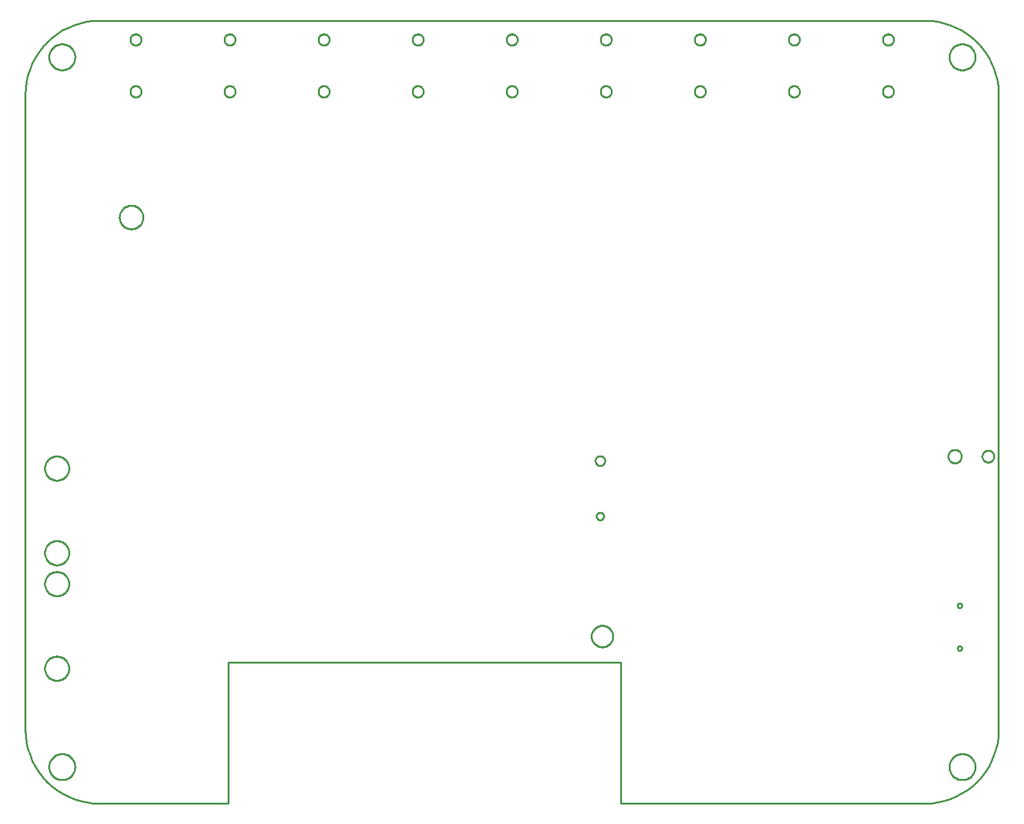
<source format=gbr>
G04 EAGLE Gerber RS-274X export*
G75*
%MOMM*%
%FSLAX34Y34*%
%LPD*%
%IN*%
%IPPOS*%
%AMOC8*
5,1,8,0,0,1.08239X$1,22.5*%
G01*
%ADD10C,0.254000*%


D10*
X0Y100000D02*
X381Y91284D01*
X1519Y82635D01*
X3407Y74118D01*
X6031Y65798D01*
X9369Y57738D01*
X13397Y50000D01*
X18085Y42642D01*
X23396Y35721D01*
X29289Y29289D01*
X35721Y23396D01*
X42642Y18085D01*
X50000Y13397D01*
X57738Y9369D01*
X65798Y6031D01*
X74118Y3407D01*
X82635Y1519D01*
X91284Y381D01*
X100000Y0D01*
X274000Y0D01*
X274000Y191000D01*
X804000Y191000D01*
X804000Y0D01*
X1214000Y0D01*
X1222716Y381D01*
X1231365Y1519D01*
X1239882Y3407D01*
X1248202Y6031D01*
X1256262Y9369D01*
X1264000Y13397D01*
X1271358Y18085D01*
X1278279Y23396D01*
X1284711Y29289D01*
X1290604Y35721D01*
X1295915Y42642D01*
X1300603Y50000D01*
X1304631Y57738D01*
X1307969Y65798D01*
X1310593Y74118D01*
X1312481Y82635D01*
X1313619Y91284D01*
X1314000Y100000D01*
X1314000Y958000D01*
X1313619Y966716D01*
X1312481Y975365D01*
X1310593Y983882D01*
X1307969Y992202D01*
X1304631Y1000262D01*
X1300603Y1008000D01*
X1295915Y1015358D01*
X1290604Y1022279D01*
X1284711Y1028711D01*
X1278279Y1034604D01*
X1271358Y1039915D01*
X1264000Y1044603D01*
X1256262Y1048631D01*
X1248202Y1051969D01*
X1239882Y1054593D01*
X1231365Y1056481D01*
X1222716Y1057619D01*
X1214000Y1058000D01*
X100000Y1058000D01*
X91284Y1057619D01*
X82635Y1056481D01*
X74118Y1054593D01*
X65798Y1051969D01*
X57738Y1048631D01*
X50000Y1044603D01*
X42642Y1039915D01*
X35721Y1034604D01*
X29289Y1028711D01*
X23396Y1022279D01*
X18085Y1015358D01*
X13397Y1008000D01*
X9369Y1000262D01*
X6031Y992202D01*
X3407Y983882D01*
X1519Y975365D01*
X381Y966716D01*
X0Y958000D01*
X0Y100000D01*
X1282500Y1007927D02*
X1282425Y1006784D01*
X1282276Y1005648D01*
X1282052Y1004524D01*
X1281755Y1003417D01*
X1281387Y1002332D01*
X1280949Y1001274D01*
X1280442Y1000246D01*
X1279869Y999254D01*
X1279232Y998301D01*
X1278535Y997392D01*
X1277779Y996531D01*
X1276969Y995721D01*
X1276108Y994965D01*
X1275199Y994268D01*
X1274246Y993631D01*
X1273254Y993058D01*
X1272226Y992551D01*
X1271168Y992113D01*
X1270083Y991745D01*
X1268976Y991448D01*
X1267852Y991225D01*
X1266716Y991075D01*
X1265573Y991000D01*
X1264427Y991000D01*
X1263284Y991075D01*
X1262148Y991225D01*
X1261024Y991448D01*
X1259917Y991745D01*
X1258832Y992113D01*
X1257774Y992551D01*
X1256746Y993058D01*
X1255754Y993631D01*
X1254801Y994268D01*
X1253892Y994965D01*
X1253031Y995721D01*
X1252221Y996531D01*
X1251465Y997392D01*
X1250768Y998301D01*
X1250131Y999254D01*
X1249558Y1000246D01*
X1249051Y1001274D01*
X1248613Y1002332D01*
X1248245Y1003417D01*
X1247948Y1004524D01*
X1247725Y1005648D01*
X1247575Y1006784D01*
X1247500Y1007927D01*
X1247500Y1009073D01*
X1247575Y1010216D01*
X1247725Y1011352D01*
X1247948Y1012476D01*
X1248245Y1013583D01*
X1248613Y1014668D01*
X1249051Y1015726D01*
X1249558Y1016754D01*
X1250131Y1017746D01*
X1250768Y1018699D01*
X1251465Y1019608D01*
X1252221Y1020469D01*
X1253031Y1021279D01*
X1253892Y1022035D01*
X1254801Y1022732D01*
X1255754Y1023369D01*
X1256746Y1023942D01*
X1257774Y1024449D01*
X1258832Y1024887D01*
X1259917Y1025255D01*
X1261024Y1025552D01*
X1262148Y1025776D01*
X1263284Y1025925D01*
X1264427Y1026000D01*
X1265573Y1026000D01*
X1266716Y1025925D01*
X1267852Y1025776D01*
X1268976Y1025552D01*
X1270083Y1025255D01*
X1271168Y1024887D01*
X1272226Y1024449D01*
X1273254Y1023942D01*
X1274246Y1023369D01*
X1275199Y1022732D01*
X1276108Y1022035D01*
X1276969Y1021279D01*
X1277779Y1020469D01*
X1278535Y1019608D01*
X1279232Y1018699D01*
X1279869Y1017746D01*
X1280442Y1016754D01*
X1280949Y1015726D01*
X1281387Y1014668D01*
X1281755Y1013583D01*
X1282052Y1012476D01*
X1282276Y1011352D01*
X1282425Y1010216D01*
X1282500Y1009073D01*
X1282500Y1007927D01*
X67000Y1007927D02*
X66925Y1006784D01*
X66776Y1005648D01*
X66552Y1004524D01*
X66255Y1003417D01*
X65887Y1002332D01*
X65449Y1001274D01*
X64942Y1000246D01*
X64369Y999254D01*
X63732Y998301D01*
X63035Y997392D01*
X62279Y996531D01*
X61469Y995721D01*
X60608Y994965D01*
X59699Y994268D01*
X58746Y993631D01*
X57754Y993058D01*
X56726Y992551D01*
X55668Y992113D01*
X54583Y991745D01*
X53476Y991448D01*
X52352Y991225D01*
X51216Y991075D01*
X50073Y991000D01*
X48927Y991000D01*
X47784Y991075D01*
X46648Y991225D01*
X45524Y991448D01*
X44417Y991745D01*
X43332Y992113D01*
X42274Y992551D01*
X41246Y993058D01*
X40254Y993631D01*
X39301Y994268D01*
X38392Y994965D01*
X37531Y995721D01*
X36721Y996531D01*
X35965Y997392D01*
X35268Y998301D01*
X34631Y999254D01*
X34058Y1000246D01*
X33551Y1001274D01*
X33113Y1002332D01*
X32745Y1003417D01*
X32448Y1004524D01*
X32225Y1005648D01*
X32075Y1006784D01*
X32000Y1007927D01*
X32000Y1009073D01*
X32075Y1010216D01*
X32225Y1011352D01*
X32448Y1012476D01*
X32745Y1013583D01*
X33113Y1014668D01*
X33551Y1015726D01*
X34058Y1016754D01*
X34631Y1017746D01*
X35268Y1018699D01*
X35965Y1019608D01*
X36721Y1020469D01*
X37531Y1021279D01*
X38392Y1022035D01*
X39301Y1022732D01*
X40254Y1023369D01*
X41246Y1023942D01*
X42274Y1024449D01*
X43332Y1024887D01*
X44417Y1025255D01*
X45524Y1025552D01*
X46648Y1025776D01*
X47784Y1025925D01*
X48927Y1026000D01*
X50073Y1026000D01*
X51216Y1025925D01*
X52352Y1025776D01*
X53476Y1025552D01*
X54583Y1025255D01*
X55668Y1024887D01*
X56726Y1024449D01*
X57754Y1023942D01*
X58746Y1023369D01*
X59699Y1022732D01*
X60608Y1022035D01*
X61469Y1021279D01*
X62279Y1020469D01*
X63035Y1019608D01*
X63732Y1018699D01*
X64369Y1017746D01*
X64942Y1016754D01*
X65449Y1015726D01*
X65887Y1014668D01*
X66255Y1013583D01*
X66552Y1012476D01*
X66776Y1011352D01*
X66925Y1010216D01*
X67000Y1009073D01*
X67000Y1007927D01*
X67000Y48927D02*
X66925Y47784D01*
X66776Y46648D01*
X66552Y45524D01*
X66255Y44417D01*
X65887Y43332D01*
X65449Y42274D01*
X64942Y41246D01*
X64369Y40254D01*
X63732Y39301D01*
X63035Y38392D01*
X62279Y37531D01*
X61469Y36721D01*
X60608Y35965D01*
X59699Y35268D01*
X58746Y34631D01*
X57754Y34058D01*
X56726Y33551D01*
X55668Y33113D01*
X54583Y32745D01*
X53476Y32448D01*
X52352Y32225D01*
X51216Y32075D01*
X50073Y32000D01*
X48927Y32000D01*
X47784Y32075D01*
X46648Y32225D01*
X45524Y32448D01*
X44417Y32745D01*
X43332Y33113D01*
X42274Y33551D01*
X41246Y34058D01*
X40254Y34631D01*
X39301Y35268D01*
X38392Y35965D01*
X37531Y36721D01*
X36721Y37531D01*
X35965Y38392D01*
X35268Y39301D01*
X34631Y40254D01*
X34058Y41246D01*
X33551Y42274D01*
X33113Y43332D01*
X32745Y44417D01*
X32448Y45524D01*
X32225Y46648D01*
X32075Y47784D01*
X32000Y48927D01*
X32000Y50073D01*
X32075Y51216D01*
X32225Y52352D01*
X32448Y53476D01*
X32745Y54583D01*
X33113Y55668D01*
X33551Y56726D01*
X34058Y57754D01*
X34631Y58746D01*
X35268Y59699D01*
X35965Y60608D01*
X36721Y61469D01*
X37531Y62279D01*
X38392Y63035D01*
X39301Y63732D01*
X40254Y64369D01*
X41246Y64942D01*
X42274Y65449D01*
X43332Y65887D01*
X44417Y66255D01*
X45524Y66552D01*
X46648Y66776D01*
X47784Y66925D01*
X48927Y67000D01*
X50073Y67000D01*
X51216Y66925D01*
X52352Y66776D01*
X53476Y66552D01*
X54583Y66255D01*
X55668Y65887D01*
X56726Y65449D01*
X57754Y64942D01*
X58746Y64369D01*
X59699Y63732D01*
X60608Y63035D01*
X61469Y62279D01*
X62279Y61469D01*
X63035Y60608D01*
X63732Y59699D01*
X64369Y58746D01*
X64942Y57754D01*
X65449Y56726D01*
X65887Y55668D01*
X66255Y54583D01*
X66552Y53476D01*
X66776Y52352D01*
X66925Y51216D01*
X67000Y50073D01*
X67000Y48927D01*
X1282500Y48927D02*
X1282425Y47784D01*
X1282276Y46648D01*
X1282052Y45524D01*
X1281755Y44417D01*
X1281387Y43332D01*
X1280949Y42274D01*
X1280442Y41246D01*
X1279869Y40254D01*
X1279232Y39301D01*
X1278535Y38392D01*
X1277779Y37531D01*
X1276969Y36721D01*
X1276108Y35965D01*
X1275199Y35268D01*
X1274246Y34631D01*
X1273254Y34058D01*
X1272226Y33551D01*
X1271168Y33113D01*
X1270083Y32745D01*
X1268976Y32448D01*
X1267852Y32225D01*
X1266716Y32075D01*
X1265573Y32000D01*
X1264427Y32000D01*
X1263284Y32075D01*
X1262148Y32225D01*
X1261024Y32448D01*
X1259917Y32745D01*
X1258832Y33113D01*
X1257774Y33551D01*
X1256746Y34058D01*
X1255754Y34631D01*
X1254801Y35268D01*
X1253892Y35965D01*
X1253031Y36721D01*
X1252221Y37531D01*
X1251465Y38392D01*
X1250768Y39301D01*
X1250131Y40254D01*
X1249558Y41246D01*
X1249051Y42274D01*
X1248613Y43332D01*
X1248245Y44417D01*
X1247948Y45524D01*
X1247725Y46648D01*
X1247575Y47784D01*
X1247500Y48927D01*
X1247500Y50073D01*
X1247575Y51216D01*
X1247725Y52352D01*
X1247948Y53476D01*
X1248245Y54583D01*
X1248613Y55668D01*
X1249051Y56726D01*
X1249558Y57754D01*
X1250131Y58746D01*
X1250768Y59699D01*
X1251465Y60608D01*
X1252221Y61469D01*
X1253031Y62279D01*
X1253892Y63035D01*
X1254801Y63732D01*
X1255754Y64369D01*
X1256746Y64942D01*
X1257774Y65449D01*
X1258832Y65887D01*
X1259917Y66255D01*
X1261024Y66552D01*
X1262148Y66776D01*
X1263284Y66925D01*
X1264427Y67000D01*
X1265573Y67000D01*
X1266716Y66925D01*
X1267852Y66776D01*
X1268976Y66552D01*
X1270083Y66255D01*
X1271168Y65887D01*
X1272226Y65449D01*
X1273254Y64942D01*
X1274246Y64369D01*
X1275199Y63732D01*
X1276108Y63035D01*
X1276969Y62279D01*
X1277779Y61469D01*
X1278535Y60608D01*
X1279232Y59699D01*
X1279869Y58746D01*
X1280442Y57754D01*
X1280949Y56726D01*
X1281387Y55668D01*
X1281755Y54583D01*
X1282052Y53476D01*
X1282276Y52352D01*
X1282425Y51216D01*
X1282500Y50073D01*
X1282500Y48927D01*
X158900Y791480D02*
X158832Y790441D01*
X158696Y789409D01*
X158493Y788388D01*
X158224Y787382D01*
X157889Y786396D01*
X157491Y785434D01*
X157030Y784501D01*
X156510Y783599D01*
X155931Y782734D01*
X155297Y781908D01*
X154611Y781125D01*
X153875Y780389D01*
X153092Y779703D01*
X152266Y779069D01*
X151401Y778490D01*
X150499Y777970D01*
X149566Y777510D01*
X148604Y777111D01*
X147618Y776777D01*
X146612Y776507D01*
X145591Y776304D01*
X144559Y776168D01*
X143521Y776100D01*
X142480Y776100D01*
X141441Y776168D01*
X140409Y776304D01*
X139388Y776507D01*
X138382Y776777D01*
X137396Y777111D01*
X136434Y777510D01*
X135501Y777970D01*
X134599Y778490D01*
X133734Y779069D01*
X132908Y779703D01*
X132125Y780389D01*
X131389Y781125D01*
X130703Y781908D01*
X130069Y782734D01*
X129490Y783599D01*
X128970Y784501D01*
X128510Y785434D01*
X128111Y786396D01*
X127777Y787382D01*
X127507Y788388D01*
X127304Y789409D01*
X127168Y790441D01*
X127100Y791480D01*
X127100Y792521D01*
X127168Y793559D01*
X127304Y794591D01*
X127507Y795612D01*
X127777Y796618D01*
X128111Y797604D01*
X128510Y798566D01*
X128970Y799499D01*
X129490Y800401D01*
X130069Y801266D01*
X130703Y802092D01*
X131389Y802875D01*
X132125Y803611D01*
X132908Y804297D01*
X133734Y804931D01*
X134599Y805510D01*
X135501Y806030D01*
X136434Y806491D01*
X137396Y806889D01*
X138382Y807224D01*
X139388Y807493D01*
X140409Y807696D01*
X141441Y807832D01*
X142480Y807900D01*
X143521Y807900D01*
X144559Y807832D01*
X145591Y807696D01*
X146612Y807493D01*
X147618Y807224D01*
X148604Y806889D01*
X149566Y806491D01*
X150499Y806030D01*
X151401Y805510D01*
X152266Y804931D01*
X153092Y804297D01*
X153875Y803611D01*
X154611Y802875D01*
X155297Y802092D01*
X155931Y801266D01*
X156510Y800401D01*
X157030Y799499D01*
X157491Y798566D01*
X157889Y797604D01*
X158224Y796618D01*
X158493Y795612D01*
X158696Y794591D01*
X158832Y793559D01*
X158900Y792521D01*
X158900Y791480D01*
X156500Y1031632D02*
X156428Y1030898D01*
X156284Y1030175D01*
X156070Y1029470D01*
X155788Y1028789D01*
X155441Y1028140D01*
X155031Y1027527D01*
X154564Y1026957D01*
X154043Y1026436D01*
X153473Y1025969D01*
X152860Y1025559D01*
X152211Y1025212D01*
X151530Y1024930D01*
X150825Y1024716D01*
X150102Y1024572D01*
X149368Y1024500D01*
X148632Y1024500D01*
X147898Y1024572D01*
X147175Y1024716D01*
X146470Y1024930D01*
X145789Y1025212D01*
X145140Y1025559D01*
X144527Y1025969D01*
X143957Y1026436D01*
X143436Y1026957D01*
X142969Y1027527D01*
X142559Y1028140D01*
X142212Y1028789D01*
X141930Y1029470D01*
X141716Y1030175D01*
X141572Y1030898D01*
X141500Y1031632D01*
X141500Y1032368D01*
X141572Y1033102D01*
X141716Y1033825D01*
X141930Y1034530D01*
X142212Y1035211D01*
X142559Y1035860D01*
X142969Y1036473D01*
X143436Y1037043D01*
X143957Y1037564D01*
X144527Y1038031D01*
X145140Y1038441D01*
X145789Y1038788D01*
X146470Y1039070D01*
X147175Y1039284D01*
X147898Y1039428D01*
X148632Y1039500D01*
X149368Y1039500D01*
X150102Y1039428D01*
X150825Y1039284D01*
X151530Y1039070D01*
X152211Y1038788D01*
X152860Y1038441D01*
X153473Y1038031D01*
X154043Y1037564D01*
X154564Y1037043D01*
X155031Y1036473D01*
X155441Y1035860D01*
X155788Y1035211D01*
X156070Y1034530D01*
X156284Y1033825D01*
X156428Y1033102D01*
X156500Y1032368D01*
X156500Y1031632D01*
X156500Y961632D02*
X156428Y960898D01*
X156284Y960175D01*
X156070Y959470D01*
X155788Y958789D01*
X155441Y958140D01*
X155031Y957527D01*
X154564Y956957D01*
X154043Y956436D01*
X153473Y955969D01*
X152860Y955559D01*
X152211Y955212D01*
X151530Y954930D01*
X150825Y954716D01*
X150102Y954572D01*
X149368Y954500D01*
X148632Y954500D01*
X147898Y954572D01*
X147175Y954716D01*
X146470Y954930D01*
X145789Y955212D01*
X145140Y955559D01*
X144527Y955969D01*
X143957Y956436D01*
X143436Y956957D01*
X142969Y957527D01*
X142559Y958140D01*
X142212Y958789D01*
X141930Y959470D01*
X141716Y960175D01*
X141572Y960898D01*
X141500Y961632D01*
X141500Y962368D01*
X141572Y963102D01*
X141716Y963825D01*
X141930Y964530D01*
X142212Y965211D01*
X142559Y965860D01*
X142969Y966473D01*
X143436Y967043D01*
X143957Y967564D01*
X144527Y968031D01*
X145140Y968441D01*
X145789Y968788D01*
X146470Y969070D01*
X147175Y969284D01*
X147898Y969428D01*
X148632Y969500D01*
X149368Y969500D01*
X150102Y969428D01*
X150825Y969284D01*
X151530Y969070D01*
X152211Y968788D01*
X152860Y968441D01*
X153473Y968031D01*
X154043Y967564D01*
X154564Y967043D01*
X155031Y966473D01*
X155441Y965860D01*
X155788Y965211D01*
X156070Y964530D01*
X156284Y963825D01*
X156428Y963102D01*
X156500Y962368D01*
X156500Y961632D01*
X283500Y1031632D02*
X283428Y1030898D01*
X283284Y1030175D01*
X283070Y1029470D01*
X282788Y1028789D01*
X282441Y1028140D01*
X282031Y1027527D01*
X281564Y1026957D01*
X281043Y1026436D01*
X280473Y1025969D01*
X279860Y1025559D01*
X279211Y1025212D01*
X278530Y1024930D01*
X277825Y1024716D01*
X277102Y1024572D01*
X276368Y1024500D01*
X275632Y1024500D01*
X274898Y1024572D01*
X274175Y1024716D01*
X273470Y1024930D01*
X272789Y1025212D01*
X272140Y1025559D01*
X271527Y1025969D01*
X270957Y1026436D01*
X270436Y1026957D01*
X269969Y1027527D01*
X269559Y1028140D01*
X269212Y1028789D01*
X268930Y1029470D01*
X268716Y1030175D01*
X268572Y1030898D01*
X268500Y1031632D01*
X268500Y1032368D01*
X268572Y1033102D01*
X268716Y1033825D01*
X268930Y1034530D01*
X269212Y1035211D01*
X269559Y1035860D01*
X269969Y1036473D01*
X270436Y1037043D01*
X270957Y1037564D01*
X271527Y1038031D01*
X272140Y1038441D01*
X272789Y1038788D01*
X273470Y1039070D01*
X274175Y1039284D01*
X274898Y1039428D01*
X275632Y1039500D01*
X276368Y1039500D01*
X277102Y1039428D01*
X277825Y1039284D01*
X278530Y1039070D01*
X279211Y1038788D01*
X279860Y1038441D01*
X280473Y1038031D01*
X281043Y1037564D01*
X281564Y1037043D01*
X282031Y1036473D01*
X282441Y1035860D01*
X282788Y1035211D01*
X283070Y1034530D01*
X283284Y1033825D01*
X283428Y1033102D01*
X283500Y1032368D01*
X283500Y1031632D01*
X283500Y961632D02*
X283428Y960898D01*
X283284Y960175D01*
X283070Y959470D01*
X282788Y958789D01*
X282441Y958140D01*
X282031Y957527D01*
X281564Y956957D01*
X281043Y956436D01*
X280473Y955969D01*
X279860Y955559D01*
X279211Y955212D01*
X278530Y954930D01*
X277825Y954716D01*
X277102Y954572D01*
X276368Y954500D01*
X275632Y954500D01*
X274898Y954572D01*
X274175Y954716D01*
X273470Y954930D01*
X272789Y955212D01*
X272140Y955559D01*
X271527Y955969D01*
X270957Y956436D01*
X270436Y956957D01*
X269969Y957527D01*
X269559Y958140D01*
X269212Y958789D01*
X268930Y959470D01*
X268716Y960175D01*
X268572Y960898D01*
X268500Y961632D01*
X268500Y962368D01*
X268572Y963102D01*
X268716Y963825D01*
X268930Y964530D01*
X269212Y965211D01*
X269559Y965860D01*
X269969Y966473D01*
X270436Y967043D01*
X270957Y967564D01*
X271527Y968031D01*
X272140Y968441D01*
X272789Y968788D01*
X273470Y969070D01*
X274175Y969284D01*
X274898Y969428D01*
X275632Y969500D01*
X276368Y969500D01*
X277102Y969428D01*
X277825Y969284D01*
X278530Y969070D01*
X279211Y968788D01*
X279860Y968441D01*
X280473Y968031D01*
X281043Y967564D01*
X281564Y967043D01*
X282031Y966473D01*
X282441Y965860D01*
X282788Y965211D01*
X283070Y964530D01*
X283284Y963825D01*
X283428Y963102D01*
X283500Y962368D01*
X283500Y961632D01*
X410500Y1031632D02*
X410428Y1030898D01*
X410284Y1030175D01*
X410070Y1029470D01*
X409788Y1028789D01*
X409441Y1028140D01*
X409031Y1027527D01*
X408564Y1026957D01*
X408043Y1026436D01*
X407473Y1025969D01*
X406860Y1025559D01*
X406211Y1025212D01*
X405530Y1024930D01*
X404825Y1024716D01*
X404102Y1024572D01*
X403368Y1024500D01*
X402632Y1024500D01*
X401898Y1024572D01*
X401175Y1024716D01*
X400470Y1024930D01*
X399789Y1025212D01*
X399140Y1025559D01*
X398527Y1025969D01*
X397957Y1026436D01*
X397436Y1026957D01*
X396969Y1027527D01*
X396559Y1028140D01*
X396212Y1028789D01*
X395930Y1029470D01*
X395716Y1030175D01*
X395572Y1030898D01*
X395500Y1031632D01*
X395500Y1032368D01*
X395572Y1033102D01*
X395716Y1033825D01*
X395930Y1034530D01*
X396212Y1035211D01*
X396559Y1035860D01*
X396969Y1036473D01*
X397436Y1037043D01*
X397957Y1037564D01*
X398527Y1038031D01*
X399140Y1038441D01*
X399789Y1038788D01*
X400470Y1039070D01*
X401175Y1039284D01*
X401898Y1039428D01*
X402632Y1039500D01*
X403368Y1039500D01*
X404102Y1039428D01*
X404825Y1039284D01*
X405530Y1039070D01*
X406211Y1038788D01*
X406860Y1038441D01*
X407473Y1038031D01*
X408043Y1037564D01*
X408564Y1037043D01*
X409031Y1036473D01*
X409441Y1035860D01*
X409788Y1035211D01*
X410070Y1034530D01*
X410284Y1033825D01*
X410428Y1033102D01*
X410500Y1032368D01*
X410500Y1031632D01*
X410500Y961632D02*
X410428Y960898D01*
X410284Y960175D01*
X410070Y959470D01*
X409788Y958789D01*
X409441Y958140D01*
X409031Y957527D01*
X408564Y956957D01*
X408043Y956436D01*
X407473Y955969D01*
X406860Y955559D01*
X406211Y955212D01*
X405530Y954930D01*
X404825Y954716D01*
X404102Y954572D01*
X403368Y954500D01*
X402632Y954500D01*
X401898Y954572D01*
X401175Y954716D01*
X400470Y954930D01*
X399789Y955212D01*
X399140Y955559D01*
X398527Y955969D01*
X397957Y956436D01*
X397436Y956957D01*
X396969Y957527D01*
X396559Y958140D01*
X396212Y958789D01*
X395930Y959470D01*
X395716Y960175D01*
X395572Y960898D01*
X395500Y961632D01*
X395500Y962368D01*
X395572Y963102D01*
X395716Y963825D01*
X395930Y964530D01*
X396212Y965211D01*
X396559Y965860D01*
X396969Y966473D01*
X397436Y967043D01*
X397957Y967564D01*
X398527Y968031D01*
X399140Y968441D01*
X399789Y968788D01*
X400470Y969070D01*
X401175Y969284D01*
X401898Y969428D01*
X402632Y969500D01*
X403368Y969500D01*
X404102Y969428D01*
X404825Y969284D01*
X405530Y969070D01*
X406211Y968788D01*
X406860Y968441D01*
X407473Y968031D01*
X408043Y967564D01*
X408564Y967043D01*
X409031Y966473D01*
X409441Y965860D01*
X409788Y965211D01*
X410070Y964530D01*
X410284Y963825D01*
X410428Y963102D01*
X410500Y962368D01*
X410500Y961632D01*
X791500Y1031632D02*
X791428Y1030898D01*
X791284Y1030175D01*
X791070Y1029470D01*
X790788Y1028789D01*
X790441Y1028140D01*
X790031Y1027527D01*
X789564Y1026957D01*
X789043Y1026436D01*
X788473Y1025969D01*
X787860Y1025559D01*
X787211Y1025212D01*
X786530Y1024930D01*
X785825Y1024716D01*
X785102Y1024572D01*
X784368Y1024500D01*
X783632Y1024500D01*
X782898Y1024572D01*
X782175Y1024716D01*
X781470Y1024930D01*
X780789Y1025212D01*
X780140Y1025559D01*
X779527Y1025969D01*
X778957Y1026436D01*
X778436Y1026957D01*
X777969Y1027527D01*
X777559Y1028140D01*
X777212Y1028789D01*
X776930Y1029470D01*
X776716Y1030175D01*
X776572Y1030898D01*
X776500Y1031632D01*
X776500Y1032368D01*
X776572Y1033102D01*
X776716Y1033825D01*
X776930Y1034530D01*
X777212Y1035211D01*
X777559Y1035860D01*
X777969Y1036473D01*
X778436Y1037043D01*
X778957Y1037564D01*
X779527Y1038031D01*
X780140Y1038441D01*
X780789Y1038788D01*
X781470Y1039070D01*
X782175Y1039284D01*
X782898Y1039428D01*
X783632Y1039500D01*
X784368Y1039500D01*
X785102Y1039428D01*
X785825Y1039284D01*
X786530Y1039070D01*
X787211Y1038788D01*
X787860Y1038441D01*
X788473Y1038031D01*
X789043Y1037564D01*
X789564Y1037043D01*
X790031Y1036473D01*
X790441Y1035860D01*
X790788Y1035211D01*
X791070Y1034530D01*
X791284Y1033825D01*
X791428Y1033102D01*
X791500Y1032368D01*
X791500Y1031632D01*
X791500Y961632D02*
X791428Y960898D01*
X791284Y960175D01*
X791070Y959470D01*
X790788Y958789D01*
X790441Y958140D01*
X790031Y957527D01*
X789564Y956957D01*
X789043Y956436D01*
X788473Y955969D01*
X787860Y955559D01*
X787211Y955212D01*
X786530Y954930D01*
X785825Y954716D01*
X785102Y954572D01*
X784368Y954500D01*
X783632Y954500D01*
X782898Y954572D01*
X782175Y954716D01*
X781470Y954930D01*
X780789Y955212D01*
X780140Y955559D01*
X779527Y955969D01*
X778957Y956436D01*
X778436Y956957D01*
X777969Y957527D01*
X777559Y958140D01*
X777212Y958789D01*
X776930Y959470D01*
X776716Y960175D01*
X776572Y960898D01*
X776500Y961632D01*
X776500Y962368D01*
X776572Y963102D01*
X776716Y963825D01*
X776930Y964530D01*
X777212Y965211D01*
X777559Y965860D01*
X777969Y966473D01*
X778436Y967043D01*
X778957Y967564D01*
X779527Y968031D01*
X780140Y968441D01*
X780789Y968788D01*
X781470Y969070D01*
X782175Y969284D01*
X782898Y969428D01*
X783632Y969500D01*
X784368Y969500D01*
X785102Y969428D01*
X785825Y969284D01*
X786530Y969070D01*
X787211Y968788D01*
X787860Y968441D01*
X788473Y968031D01*
X789043Y967564D01*
X789564Y967043D01*
X790031Y966473D01*
X790441Y965860D01*
X790788Y965211D01*
X791070Y964530D01*
X791284Y963825D01*
X791428Y963102D01*
X791500Y962368D01*
X791500Y961632D01*
X664500Y1031632D02*
X664428Y1030898D01*
X664284Y1030175D01*
X664070Y1029470D01*
X663788Y1028789D01*
X663441Y1028140D01*
X663031Y1027527D01*
X662564Y1026957D01*
X662043Y1026436D01*
X661473Y1025969D01*
X660860Y1025559D01*
X660211Y1025212D01*
X659530Y1024930D01*
X658825Y1024716D01*
X658102Y1024572D01*
X657368Y1024500D01*
X656632Y1024500D01*
X655898Y1024572D01*
X655175Y1024716D01*
X654470Y1024930D01*
X653789Y1025212D01*
X653140Y1025559D01*
X652527Y1025969D01*
X651957Y1026436D01*
X651436Y1026957D01*
X650969Y1027527D01*
X650559Y1028140D01*
X650212Y1028789D01*
X649930Y1029470D01*
X649716Y1030175D01*
X649572Y1030898D01*
X649500Y1031632D01*
X649500Y1032368D01*
X649572Y1033102D01*
X649716Y1033825D01*
X649930Y1034530D01*
X650212Y1035211D01*
X650559Y1035860D01*
X650969Y1036473D01*
X651436Y1037043D01*
X651957Y1037564D01*
X652527Y1038031D01*
X653140Y1038441D01*
X653789Y1038788D01*
X654470Y1039070D01*
X655175Y1039284D01*
X655898Y1039428D01*
X656632Y1039500D01*
X657368Y1039500D01*
X658102Y1039428D01*
X658825Y1039284D01*
X659530Y1039070D01*
X660211Y1038788D01*
X660860Y1038441D01*
X661473Y1038031D01*
X662043Y1037564D01*
X662564Y1037043D01*
X663031Y1036473D01*
X663441Y1035860D01*
X663788Y1035211D01*
X664070Y1034530D01*
X664284Y1033825D01*
X664428Y1033102D01*
X664500Y1032368D01*
X664500Y1031632D01*
X664500Y961632D02*
X664428Y960898D01*
X664284Y960175D01*
X664070Y959470D01*
X663788Y958789D01*
X663441Y958140D01*
X663031Y957527D01*
X662564Y956957D01*
X662043Y956436D01*
X661473Y955969D01*
X660860Y955559D01*
X660211Y955212D01*
X659530Y954930D01*
X658825Y954716D01*
X658102Y954572D01*
X657368Y954500D01*
X656632Y954500D01*
X655898Y954572D01*
X655175Y954716D01*
X654470Y954930D01*
X653789Y955212D01*
X653140Y955559D01*
X652527Y955969D01*
X651957Y956436D01*
X651436Y956957D01*
X650969Y957527D01*
X650559Y958140D01*
X650212Y958789D01*
X649930Y959470D01*
X649716Y960175D01*
X649572Y960898D01*
X649500Y961632D01*
X649500Y962368D01*
X649572Y963102D01*
X649716Y963825D01*
X649930Y964530D01*
X650212Y965211D01*
X650559Y965860D01*
X650969Y966473D01*
X651436Y967043D01*
X651957Y967564D01*
X652527Y968031D01*
X653140Y968441D01*
X653789Y968788D01*
X654470Y969070D01*
X655175Y969284D01*
X655898Y969428D01*
X656632Y969500D01*
X657368Y969500D01*
X658102Y969428D01*
X658825Y969284D01*
X659530Y969070D01*
X660211Y968788D01*
X660860Y968441D01*
X661473Y968031D01*
X662043Y967564D01*
X662564Y967043D01*
X663031Y966473D01*
X663441Y965860D01*
X663788Y965211D01*
X664070Y964530D01*
X664284Y963825D01*
X664428Y963102D01*
X664500Y962368D01*
X664500Y961632D01*
X537500Y1031632D02*
X537428Y1030898D01*
X537284Y1030175D01*
X537070Y1029470D01*
X536788Y1028789D01*
X536441Y1028140D01*
X536031Y1027527D01*
X535564Y1026957D01*
X535043Y1026436D01*
X534473Y1025969D01*
X533860Y1025559D01*
X533211Y1025212D01*
X532530Y1024930D01*
X531825Y1024716D01*
X531102Y1024572D01*
X530368Y1024500D01*
X529632Y1024500D01*
X528898Y1024572D01*
X528175Y1024716D01*
X527470Y1024930D01*
X526789Y1025212D01*
X526140Y1025559D01*
X525527Y1025969D01*
X524957Y1026436D01*
X524436Y1026957D01*
X523969Y1027527D01*
X523559Y1028140D01*
X523212Y1028789D01*
X522930Y1029470D01*
X522716Y1030175D01*
X522572Y1030898D01*
X522500Y1031632D01*
X522500Y1032368D01*
X522572Y1033102D01*
X522716Y1033825D01*
X522930Y1034530D01*
X523212Y1035211D01*
X523559Y1035860D01*
X523969Y1036473D01*
X524436Y1037043D01*
X524957Y1037564D01*
X525527Y1038031D01*
X526140Y1038441D01*
X526789Y1038788D01*
X527470Y1039070D01*
X528175Y1039284D01*
X528898Y1039428D01*
X529632Y1039500D01*
X530368Y1039500D01*
X531102Y1039428D01*
X531825Y1039284D01*
X532530Y1039070D01*
X533211Y1038788D01*
X533860Y1038441D01*
X534473Y1038031D01*
X535043Y1037564D01*
X535564Y1037043D01*
X536031Y1036473D01*
X536441Y1035860D01*
X536788Y1035211D01*
X537070Y1034530D01*
X537284Y1033825D01*
X537428Y1033102D01*
X537500Y1032368D01*
X537500Y1031632D01*
X537500Y961632D02*
X537428Y960898D01*
X537284Y960175D01*
X537070Y959470D01*
X536788Y958789D01*
X536441Y958140D01*
X536031Y957527D01*
X535564Y956957D01*
X535043Y956436D01*
X534473Y955969D01*
X533860Y955559D01*
X533211Y955212D01*
X532530Y954930D01*
X531825Y954716D01*
X531102Y954572D01*
X530368Y954500D01*
X529632Y954500D01*
X528898Y954572D01*
X528175Y954716D01*
X527470Y954930D01*
X526789Y955212D01*
X526140Y955559D01*
X525527Y955969D01*
X524957Y956436D01*
X524436Y956957D01*
X523969Y957527D01*
X523559Y958140D01*
X523212Y958789D01*
X522930Y959470D01*
X522716Y960175D01*
X522572Y960898D01*
X522500Y961632D01*
X522500Y962368D01*
X522572Y963102D01*
X522716Y963825D01*
X522930Y964530D01*
X523212Y965211D01*
X523559Y965860D01*
X523969Y966473D01*
X524436Y967043D01*
X524957Y967564D01*
X525527Y968031D01*
X526140Y968441D01*
X526789Y968788D01*
X527470Y969070D01*
X528175Y969284D01*
X528898Y969428D01*
X529632Y969500D01*
X530368Y969500D01*
X531102Y969428D01*
X531825Y969284D01*
X532530Y969070D01*
X533211Y968788D01*
X533860Y968441D01*
X534473Y968031D01*
X535043Y967564D01*
X535564Y967043D01*
X536031Y966473D01*
X536441Y965860D01*
X536788Y965211D01*
X537070Y964530D01*
X537284Y963825D01*
X537428Y963102D01*
X537500Y962368D01*
X537500Y961632D01*
X918500Y1031632D02*
X918428Y1030898D01*
X918284Y1030175D01*
X918070Y1029470D01*
X917788Y1028789D01*
X917441Y1028140D01*
X917031Y1027527D01*
X916564Y1026957D01*
X916043Y1026436D01*
X915473Y1025969D01*
X914860Y1025559D01*
X914211Y1025212D01*
X913530Y1024930D01*
X912825Y1024716D01*
X912102Y1024572D01*
X911368Y1024500D01*
X910632Y1024500D01*
X909898Y1024572D01*
X909175Y1024716D01*
X908470Y1024930D01*
X907789Y1025212D01*
X907140Y1025559D01*
X906527Y1025969D01*
X905957Y1026436D01*
X905436Y1026957D01*
X904969Y1027527D01*
X904559Y1028140D01*
X904212Y1028789D01*
X903930Y1029470D01*
X903716Y1030175D01*
X903572Y1030898D01*
X903500Y1031632D01*
X903500Y1032368D01*
X903572Y1033102D01*
X903716Y1033825D01*
X903930Y1034530D01*
X904212Y1035211D01*
X904559Y1035860D01*
X904969Y1036473D01*
X905436Y1037043D01*
X905957Y1037564D01*
X906527Y1038031D01*
X907140Y1038441D01*
X907789Y1038788D01*
X908470Y1039070D01*
X909175Y1039284D01*
X909898Y1039428D01*
X910632Y1039500D01*
X911368Y1039500D01*
X912102Y1039428D01*
X912825Y1039284D01*
X913530Y1039070D01*
X914211Y1038788D01*
X914860Y1038441D01*
X915473Y1038031D01*
X916043Y1037564D01*
X916564Y1037043D01*
X917031Y1036473D01*
X917441Y1035860D01*
X917788Y1035211D01*
X918070Y1034530D01*
X918284Y1033825D01*
X918428Y1033102D01*
X918500Y1032368D01*
X918500Y1031632D01*
X918500Y961632D02*
X918428Y960898D01*
X918284Y960175D01*
X918070Y959470D01*
X917788Y958789D01*
X917441Y958140D01*
X917031Y957527D01*
X916564Y956957D01*
X916043Y956436D01*
X915473Y955969D01*
X914860Y955559D01*
X914211Y955212D01*
X913530Y954930D01*
X912825Y954716D01*
X912102Y954572D01*
X911368Y954500D01*
X910632Y954500D01*
X909898Y954572D01*
X909175Y954716D01*
X908470Y954930D01*
X907789Y955212D01*
X907140Y955559D01*
X906527Y955969D01*
X905957Y956436D01*
X905436Y956957D01*
X904969Y957527D01*
X904559Y958140D01*
X904212Y958789D01*
X903930Y959470D01*
X903716Y960175D01*
X903572Y960898D01*
X903500Y961632D01*
X903500Y962368D01*
X903572Y963102D01*
X903716Y963825D01*
X903930Y964530D01*
X904212Y965211D01*
X904559Y965860D01*
X904969Y966473D01*
X905436Y967043D01*
X905957Y967564D01*
X906527Y968031D01*
X907140Y968441D01*
X907789Y968788D01*
X908470Y969070D01*
X909175Y969284D01*
X909898Y969428D01*
X910632Y969500D01*
X911368Y969500D01*
X912102Y969428D01*
X912825Y969284D01*
X913530Y969070D01*
X914211Y968788D01*
X914860Y968441D01*
X915473Y968031D01*
X916043Y967564D01*
X916564Y967043D01*
X917031Y966473D01*
X917441Y965860D01*
X917788Y965211D01*
X918070Y964530D01*
X918284Y963825D01*
X918428Y963102D01*
X918500Y962368D01*
X918500Y961632D01*
X1045500Y1031632D02*
X1045428Y1030898D01*
X1045284Y1030175D01*
X1045070Y1029470D01*
X1044788Y1028789D01*
X1044441Y1028140D01*
X1044031Y1027527D01*
X1043564Y1026957D01*
X1043043Y1026436D01*
X1042473Y1025969D01*
X1041860Y1025559D01*
X1041211Y1025212D01*
X1040530Y1024930D01*
X1039825Y1024716D01*
X1039102Y1024572D01*
X1038368Y1024500D01*
X1037632Y1024500D01*
X1036898Y1024572D01*
X1036175Y1024716D01*
X1035470Y1024930D01*
X1034789Y1025212D01*
X1034140Y1025559D01*
X1033527Y1025969D01*
X1032957Y1026436D01*
X1032436Y1026957D01*
X1031969Y1027527D01*
X1031559Y1028140D01*
X1031212Y1028789D01*
X1030930Y1029470D01*
X1030716Y1030175D01*
X1030572Y1030898D01*
X1030500Y1031632D01*
X1030500Y1032368D01*
X1030572Y1033102D01*
X1030716Y1033825D01*
X1030930Y1034530D01*
X1031212Y1035211D01*
X1031559Y1035860D01*
X1031969Y1036473D01*
X1032436Y1037043D01*
X1032957Y1037564D01*
X1033527Y1038031D01*
X1034140Y1038441D01*
X1034789Y1038788D01*
X1035470Y1039070D01*
X1036175Y1039284D01*
X1036898Y1039428D01*
X1037632Y1039500D01*
X1038368Y1039500D01*
X1039102Y1039428D01*
X1039825Y1039284D01*
X1040530Y1039070D01*
X1041211Y1038788D01*
X1041860Y1038441D01*
X1042473Y1038031D01*
X1043043Y1037564D01*
X1043564Y1037043D01*
X1044031Y1036473D01*
X1044441Y1035860D01*
X1044788Y1035211D01*
X1045070Y1034530D01*
X1045284Y1033825D01*
X1045428Y1033102D01*
X1045500Y1032368D01*
X1045500Y1031632D01*
X1045500Y961632D02*
X1045428Y960898D01*
X1045284Y960175D01*
X1045070Y959470D01*
X1044788Y958789D01*
X1044441Y958140D01*
X1044031Y957527D01*
X1043564Y956957D01*
X1043043Y956436D01*
X1042473Y955969D01*
X1041860Y955559D01*
X1041211Y955212D01*
X1040530Y954930D01*
X1039825Y954716D01*
X1039102Y954572D01*
X1038368Y954500D01*
X1037632Y954500D01*
X1036898Y954572D01*
X1036175Y954716D01*
X1035470Y954930D01*
X1034789Y955212D01*
X1034140Y955559D01*
X1033527Y955969D01*
X1032957Y956436D01*
X1032436Y956957D01*
X1031969Y957527D01*
X1031559Y958140D01*
X1031212Y958789D01*
X1030930Y959470D01*
X1030716Y960175D01*
X1030572Y960898D01*
X1030500Y961632D01*
X1030500Y962368D01*
X1030572Y963102D01*
X1030716Y963825D01*
X1030930Y964530D01*
X1031212Y965211D01*
X1031559Y965860D01*
X1031969Y966473D01*
X1032436Y967043D01*
X1032957Y967564D01*
X1033527Y968031D01*
X1034140Y968441D01*
X1034789Y968788D01*
X1035470Y969070D01*
X1036175Y969284D01*
X1036898Y969428D01*
X1037632Y969500D01*
X1038368Y969500D01*
X1039102Y969428D01*
X1039825Y969284D01*
X1040530Y969070D01*
X1041211Y968788D01*
X1041860Y968441D01*
X1042473Y968031D01*
X1043043Y967564D01*
X1043564Y967043D01*
X1044031Y966473D01*
X1044441Y965860D01*
X1044788Y965211D01*
X1045070Y964530D01*
X1045284Y963825D01*
X1045428Y963102D01*
X1045500Y962368D01*
X1045500Y961632D01*
X1172500Y1031632D02*
X1172428Y1030898D01*
X1172284Y1030175D01*
X1172070Y1029470D01*
X1171788Y1028789D01*
X1171441Y1028140D01*
X1171031Y1027527D01*
X1170564Y1026957D01*
X1170043Y1026436D01*
X1169473Y1025969D01*
X1168860Y1025559D01*
X1168211Y1025212D01*
X1167530Y1024930D01*
X1166825Y1024716D01*
X1166102Y1024572D01*
X1165368Y1024500D01*
X1164632Y1024500D01*
X1163898Y1024572D01*
X1163175Y1024716D01*
X1162470Y1024930D01*
X1161789Y1025212D01*
X1161140Y1025559D01*
X1160527Y1025969D01*
X1159957Y1026436D01*
X1159436Y1026957D01*
X1158969Y1027527D01*
X1158559Y1028140D01*
X1158212Y1028789D01*
X1157930Y1029470D01*
X1157716Y1030175D01*
X1157572Y1030898D01*
X1157500Y1031632D01*
X1157500Y1032368D01*
X1157572Y1033102D01*
X1157716Y1033825D01*
X1157930Y1034530D01*
X1158212Y1035211D01*
X1158559Y1035860D01*
X1158969Y1036473D01*
X1159436Y1037043D01*
X1159957Y1037564D01*
X1160527Y1038031D01*
X1161140Y1038441D01*
X1161789Y1038788D01*
X1162470Y1039070D01*
X1163175Y1039284D01*
X1163898Y1039428D01*
X1164632Y1039500D01*
X1165368Y1039500D01*
X1166102Y1039428D01*
X1166825Y1039284D01*
X1167530Y1039070D01*
X1168211Y1038788D01*
X1168860Y1038441D01*
X1169473Y1038031D01*
X1170043Y1037564D01*
X1170564Y1037043D01*
X1171031Y1036473D01*
X1171441Y1035860D01*
X1171788Y1035211D01*
X1172070Y1034530D01*
X1172284Y1033825D01*
X1172428Y1033102D01*
X1172500Y1032368D01*
X1172500Y1031632D01*
X1172500Y961632D02*
X1172428Y960898D01*
X1172284Y960175D01*
X1172070Y959470D01*
X1171788Y958789D01*
X1171441Y958140D01*
X1171031Y957527D01*
X1170564Y956957D01*
X1170043Y956436D01*
X1169473Y955969D01*
X1168860Y955559D01*
X1168211Y955212D01*
X1167530Y954930D01*
X1166825Y954716D01*
X1166102Y954572D01*
X1165368Y954500D01*
X1164632Y954500D01*
X1163898Y954572D01*
X1163175Y954716D01*
X1162470Y954930D01*
X1161789Y955212D01*
X1161140Y955559D01*
X1160527Y955969D01*
X1159957Y956436D01*
X1159436Y956957D01*
X1158969Y957527D01*
X1158559Y958140D01*
X1158212Y958789D01*
X1157930Y959470D01*
X1157716Y960175D01*
X1157572Y960898D01*
X1157500Y961632D01*
X1157500Y962368D01*
X1157572Y963102D01*
X1157716Y963825D01*
X1157930Y964530D01*
X1158212Y965211D01*
X1158559Y965860D01*
X1158969Y966473D01*
X1159436Y967043D01*
X1159957Y967564D01*
X1160527Y968031D01*
X1161140Y968441D01*
X1161789Y968788D01*
X1162470Y969070D01*
X1163175Y969284D01*
X1163898Y969428D01*
X1164632Y969500D01*
X1165368Y969500D01*
X1166102Y969428D01*
X1166825Y969284D01*
X1167530Y969070D01*
X1168211Y968788D01*
X1168860Y968441D01*
X1169473Y968031D01*
X1170043Y967564D01*
X1170564Y967043D01*
X1171031Y966473D01*
X1171441Y965860D01*
X1171788Y965211D01*
X1172070Y964530D01*
X1172284Y963825D01*
X1172428Y963102D01*
X1172500Y962368D01*
X1172500Y961632D01*
X1292000Y469393D02*
X1292077Y470175D01*
X1292230Y470946D01*
X1292459Y471698D01*
X1292759Y472425D01*
X1293130Y473118D01*
X1293567Y473771D01*
X1294065Y474379D01*
X1294621Y474935D01*
X1295229Y475433D01*
X1295882Y475870D01*
X1296575Y476241D01*
X1297302Y476541D01*
X1298054Y476770D01*
X1298825Y476923D01*
X1299607Y477000D01*
X1300393Y477000D01*
X1301175Y476923D01*
X1301946Y476770D01*
X1302698Y476541D01*
X1303425Y476241D01*
X1304118Y475870D01*
X1304771Y475433D01*
X1305379Y474935D01*
X1305935Y474379D01*
X1306433Y473771D01*
X1306870Y473118D01*
X1307241Y472425D01*
X1307541Y471698D01*
X1307770Y470946D01*
X1307923Y470175D01*
X1308000Y469393D01*
X1308000Y468607D01*
X1307923Y467825D01*
X1307770Y467054D01*
X1307541Y466302D01*
X1307241Y465575D01*
X1306870Y464882D01*
X1306433Y464229D01*
X1305935Y463621D01*
X1305379Y463065D01*
X1304771Y462567D01*
X1304118Y462130D01*
X1303425Y461759D01*
X1302698Y461459D01*
X1301946Y461230D01*
X1301175Y461077D01*
X1300393Y461000D01*
X1299607Y461000D01*
X1298825Y461077D01*
X1298054Y461230D01*
X1297302Y461459D01*
X1296575Y461759D01*
X1295882Y462130D01*
X1295229Y462567D01*
X1294621Y463065D01*
X1294065Y463621D01*
X1293567Y464229D01*
X1293130Y464882D01*
X1292759Y465575D01*
X1292459Y466302D01*
X1292230Y467054D01*
X1292077Y467825D01*
X1292000Y468607D01*
X1292000Y469393D01*
X1246000Y469393D02*
X1246069Y470176D01*
X1246205Y470950D01*
X1246408Y471709D01*
X1246677Y472447D01*
X1247009Y473160D01*
X1247402Y473840D01*
X1247853Y474484D01*
X1248358Y475086D01*
X1248914Y475642D01*
X1249516Y476147D01*
X1250160Y476598D01*
X1250840Y476991D01*
X1251553Y477323D01*
X1252291Y477592D01*
X1253050Y477795D01*
X1253824Y477932D01*
X1254607Y478000D01*
X1255393Y478000D01*
X1256176Y477932D01*
X1256950Y477795D01*
X1257709Y477592D01*
X1258447Y477323D01*
X1259160Y476991D01*
X1259840Y476598D01*
X1260484Y476147D01*
X1261086Y475642D01*
X1261642Y475086D01*
X1262147Y474484D01*
X1262598Y473840D01*
X1262991Y473160D01*
X1263323Y472447D01*
X1263592Y471709D01*
X1263795Y470950D01*
X1263932Y470176D01*
X1264000Y469393D01*
X1264000Y468607D01*
X1263932Y467824D01*
X1263795Y467050D01*
X1263592Y466291D01*
X1263323Y465553D01*
X1262991Y464840D01*
X1262598Y464160D01*
X1262147Y463516D01*
X1261642Y462914D01*
X1261086Y462358D01*
X1260484Y461853D01*
X1259840Y461402D01*
X1259160Y461009D01*
X1258447Y460677D01*
X1257709Y460408D01*
X1256950Y460205D01*
X1256176Y460069D01*
X1255393Y460000D01*
X1254607Y460000D01*
X1253824Y460069D01*
X1253050Y460205D01*
X1252291Y460408D01*
X1251553Y460677D01*
X1250840Y461009D01*
X1250160Y461402D01*
X1249516Y461853D01*
X1248914Y462358D01*
X1248358Y462914D01*
X1247853Y463516D01*
X1247402Y464160D01*
X1247009Y464840D01*
X1246677Y465553D01*
X1246408Y466291D01*
X1246205Y467050D01*
X1246069Y467824D01*
X1246000Y468607D01*
X1246000Y469393D01*
X41968Y436512D02*
X40906Y436581D01*
X39852Y436720D01*
X38808Y436928D01*
X37780Y437203D01*
X36773Y437545D01*
X35790Y437952D01*
X34836Y438423D01*
X33914Y438955D01*
X33030Y439546D01*
X32186Y440194D01*
X31386Y440895D01*
X30633Y441647D01*
X29932Y442447D01*
X29284Y443291D01*
X28693Y444176D01*
X28161Y445097D01*
X27691Y446052D01*
X27283Y447035D01*
X26941Y448042D01*
X26666Y449070D01*
X26458Y450113D01*
X26320Y451168D01*
X26250Y452230D01*
X26250Y453294D01*
X26320Y454355D01*
X26458Y455410D01*
X26666Y456454D01*
X26941Y457481D01*
X27283Y458489D01*
X27691Y459472D01*
X28161Y460426D01*
X28693Y461347D01*
X29284Y462232D01*
X29932Y463076D01*
X30633Y463876D01*
X31386Y464628D01*
X32186Y465330D01*
X33030Y465978D01*
X33914Y466569D01*
X34836Y467101D01*
X35790Y467571D01*
X36773Y467978D01*
X37780Y468320D01*
X38808Y468596D01*
X39852Y468803D01*
X40906Y468942D01*
X41968Y469012D01*
X43032Y469012D01*
X44094Y468942D01*
X45148Y468803D01*
X46192Y468596D01*
X47220Y468320D01*
X48227Y467978D01*
X49210Y467571D01*
X50164Y467101D01*
X51086Y466569D01*
X51970Y465978D01*
X52814Y465330D01*
X53614Y464628D01*
X54367Y463876D01*
X55068Y463076D01*
X55716Y462232D01*
X56307Y461347D01*
X56839Y460426D01*
X57309Y459472D01*
X57717Y458489D01*
X58059Y457481D01*
X58334Y456454D01*
X58542Y455410D01*
X58680Y454355D01*
X58750Y453294D01*
X58750Y452230D01*
X58680Y451168D01*
X58542Y450113D01*
X58334Y449070D01*
X58059Y448042D01*
X57717Y447035D01*
X57309Y446052D01*
X56839Y445097D01*
X56307Y444176D01*
X55716Y443291D01*
X55068Y442447D01*
X54367Y441647D01*
X53614Y440895D01*
X52814Y440194D01*
X51970Y439546D01*
X51086Y438955D01*
X50164Y438423D01*
X49210Y437952D01*
X48227Y437545D01*
X47220Y437203D01*
X46192Y436928D01*
X45148Y436720D01*
X44094Y436581D01*
X43032Y436512D01*
X41968Y436512D01*
X41968Y322212D02*
X40906Y322281D01*
X39852Y322420D01*
X38808Y322628D01*
X37780Y322903D01*
X36773Y323245D01*
X35790Y323652D01*
X34836Y324123D01*
X33914Y324655D01*
X33030Y325246D01*
X32186Y325894D01*
X31386Y326595D01*
X30633Y327347D01*
X29932Y328147D01*
X29284Y328991D01*
X28693Y329876D01*
X28161Y330797D01*
X27691Y331752D01*
X27283Y332735D01*
X26941Y333742D01*
X26666Y334770D01*
X26458Y335813D01*
X26320Y336868D01*
X26250Y337930D01*
X26250Y338994D01*
X26320Y340055D01*
X26458Y341110D01*
X26666Y342154D01*
X26941Y343181D01*
X27283Y344189D01*
X27691Y345172D01*
X28161Y346126D01*
X28693Y347047D01*
X29284Y347932D01*
X29932Y348776D01*
X30633Y349576D01*
X31386Y350328D01*
X32186Y351030D01*
X33030Y351678D01*
X33914Y352269D01*
X34836Y352801D01*
X35790Y353271D01*
X36773Y353678D01*
X37780Y354020D01*
X38808Y354296D01*
X39852Y354503D01*
X40906Y354642D01*
X41968Y354712D01*
X43032Y354712D01*
X44094Y354642D01*
X45148Y354503D01*
X46192Y354296D01*
X47220Y354020D01*
X48227Y353678D01*
X49210Y353271D01*
X50164Y352801D01*
X51086Y352269D01*
X51970Y351678D01*
X52814Y351030D01*
X53614Y350328D01*
X54367Y349576D01*
X55068Y348776D01*
X55716Y347932D01*
X56307Y347047D01*
X56839Y346126D01*
X57309Y345172D01*
X57717Y344189D01*
X58059Y343181D01*
X58334Y342154D01*
X58542Y341110D01*
X58680Y340055D01*
X58750Y338994D01*
X58750Y337930D01*
X58680Y336868D01*
X58542Y335813D01*
X58334Y334770D01*
X58059Y333742D01*
X57717Y332735D01*
X57309Y331752D01*
X56839Y330797D01*
X56307Y329876D01*
X55716Y328991D01*
X55068Y328147D01*
X54367Y327347D01*
X53614Y326595D01*
X52814Y325894D01*
X51970Y325246D01*
X51086Y324655D01*
X50164Y324123D01*
X49210Y323652D01*
X48227Y323245D01*
X47220Y322903D01*
X46192Y322628D01*
X45148Y322420D01*
X44094Y322281D01*
X43032Y322212D01*
X41968Y322212D01*
X778324Y211378D02*
X777291Y211452D01*
X776265Y211600D01*
X775253Y211820D01*
X774260Y212112D01*
X773289Y212474D01*
X772347Y212904D01*
X771438Y213400D01*
X770567Y213960D01*
X769737Y214581D01*
X768955Y215259D01*
X768222Y215992D01*
X767544Y216774D01*
X766923Y217604D01*
X766363Y218475D01*
X765867Y219384D01*
X765437Y220326D01*
X765075Y221296D01*
X764783Y222290D01*
X764563Y223302D01*
X764415Y224327D01*
X764342Y225361D01*
X764342Y226396D01*
X764415Y227429D01*
X764563Y228455D01*
X764783Y229467D01*
X765075Y230460D01*
X765437Y231431D01*
X765867Y232373D01*
X766363Y233282D01*
X766923Y234153D01*
X767544Y234983D01*
X768222Y235765D01*
X768955Y236498D01*
X769737Y237176D01*
X770567Y237797D01*
X771438Y238357D01*
X772347Y238853D01*
X773289Y239283D01*
X774260Y239645D01*
X775253Y239937D01*
X776265Y240157D01*
X777291Y240305D01*
X778324Y240378D01*
X779359Y240378D01*
X780392Y240305D01*
X781418Y240157D01*
X782430Y239937D01*
X783424Y239645D01*
X784394Y239283D01*
X785336Y238853D01*
X786245Y238357D01*
X787116Y237797D01*
X787946Y237176D01*
X788728Y236498D01*
X789461Y235765D01*
X790139Y234983D01*
X790760Y234153D01*
X791320Y233282D01*
X791816Y232373D01*
X792246Y231431D01*
X792608Y230460D01*
X792900Y229467D01*
X793120Y228455D01*
X793268Y227429D01*
X793342Y226396D01*
X793342Y225361D01*
X793268Y224327D01*
X793120Y223302D01*
X792900Y222290D01*
X792608Y221296D01*
X792246Y220326D01*
X791816Y219384D01*
X791320Y218475D01*
X790760Y217604D01*
X790139Y216774D01*
X789461Y215992D01*
X788728Y215259D01*
X787946Y214581D01*
X787116Y213960D01*
X786245Y213400D01*
X785336Y212904D01*
X784394Y212474D01*
X783424Y212112D01*
X782430Y211820D01*
X781418Y211600D01*
X780392Y211452D01*
X779359Y211378D01*
X778324Y211378D01*
X1261736Y212600D02*
X1262203Y212526D01*
X1262652Y212380D01*
X1263072Y212166D01*
X1263454Y211888D01*
X1263788Y211554D01*
X1264066Y211172D01*
X1264280Y210752D01*
X1264426Y210303D01*
X1264500Y209836D01*
X1264500Y209364D01*
X1264426Y208898D01*
X1264280Y208448D01*
X1264066Y208028D01*
X1263788Y207646D01*
X1263454Y207312D01*
X1263072Y207034D01*
X1262652Y206820D01*
X1262203Y206674D01*
X1261736Y206600D01*
X1261264Y206600D01*
X1260798Y206674D01*
X1260348Y206820D01*
X1259928Y207034D01*
X1259546Y207312D01*
X1259212Y207646D01*
X1258934Y208028D01*
X1258720Y208448D01*
X1258574Y208898D01*
X1258500Y209364D01*
X1258500Y209836D01*
X1258574Y210303D01*
X1258720Y210752D01*
X1258934Y211172D01*
X1259212Y211554D01*
X1259546Y211888D01*
X1259928Y212166D01*
X1260348Y212380D01*
X1260798Y212526D01*
X1261264Y212600D01*
X1261736Y212600D01*
X1261736Y270400D02*
X1262203Y270326D01*
X1262652Y270180D01*
X1263072Y269966D01*
X1263454Y269688D01*
X1263788Y269354D01*
X1264066Y268972D01*
X1264280Y268552D01*
X1264426Y268103D01*
X1264500Y267636D01*
X1264500Y267164D01*
X1264426Y266698D01*
X1264280Y266248D01*
X1264066Y265828D01*
X1263788Y265446D01*
X1263454Y265112D01*
X1263072Y264834D01*
X1262652Y264620D01*
X1262203Y264474D01*
X1261736Y264400D01*
X1261264Y264400D01*
X1260798Y264474D01*
X1260348Y264620D01*
X1259928Y264834D01*
X1259546Y265112D01*
X1259212Y265446D01*
X1258934Y265828D01*
X1258720Y266248D01*
X1258574Y266698D01*
X1258500Y267164D01*
X1258500Y267636D01*
X1258574Y268103D01*
X1258720Y268552D01*
X1258934Y268972D01*
X1259212Y269354D01*
X1259546Y269688D01*
X1259928Y269966D01*
X1260348Y270180D01*
X1260798Y270326D01*
X1261264Y270400D01*
X1261736Y270400D01*
X41968Y280512D02*
X40906Y280581D01*
X39852Y280720D01*
X38808Y280928D01*
X37780Y281203D01*
X36773Y281545D01*
X35790Y281952D01*
X34836Y282423D01*
X33914Y282955D01*
X33030Y283546D01*
X32186Y284194D01*
X31386Y284895D01*
X30633Y285647D01*
X29932Y286447D01*
X29284Y287291D01*
X28693Y288176D01*
X28161Y289097D01*
X27691Y290052D01*
X27283Y291035D01*
X26941Y292042D01*
X26666Y293070D01*
X26458Y294113D01*
X26320Y295168D01*
X26250Y296230D01*
X26250Y297294D01*
X26320Y298355D01*
X26458Y299410D01*
X26666Y300454D01*
X26941Y301481D01*
X27283Y302489D01*
X27691Y303472D01*
X28161Y304426D01*
X28693Y305347D01*
X29284Y306232D01*
X29932Y307076D01*
X30633Y307876D01*
X31386Y308628D01*
X32186Y309330D01*
X33030Y309978D01*
X33914Y310569D01*
X34836Y311101D01*
X35790Y311571D01*
X36773Y311978D01*
X37780Y312320D01*
X38808Y312596D01*
X39852Y312803D01*
X40906Y312942D01*
X41968Y313012D01*
X43032Y313012D01*
X44094Y312942D01*
X45148Y312803D01*
X46192Y312596D01*
X47220Y312320D01*
X48227Y311978D01*
X49210Y311571D01*
X50164Y311101D01*
X51086Y310569D01*
X51970Y309978D01*
X52814Y309330D01*
X53614Y308628D01*
X54367Y307876D01*
X55068Y307076D01*
X55716Y306232D01*
X56307Y305347D01*
X56839Y304426D01*
X57309Y303472D01*
X57717Y302489D01*
X58059Y301481D01*
X58334Y300454D01*
X58542Y299410D01*
X58680Y298355D01*
X58750Y297294D01*
X58750Y296230D01*
X58680Y295168D01*
X58542Y294113D01*
X58334Y293070D01*
X58059Y292042D01*
X57717Y291035D01*
X57309Y290052D01*
X56839Y289097D01*
X56307Y288176D01*
X55716Y287291D01*
X55068Y286447D01*
X54367Y285647D01*
X53614Y284895D01*
X52814Y284194D01*
X51970Y283546D01*
X51086Y282955D01*
X50164Y282423D01*
X49210Y281952D01*
X48227Y281545D01*
X47220Y281203D01*
X46192Y280928D01*
X45148Y280720D01*
X44094Y280581D01*
X43032Y280512D01*
X41968Y280512D01*
X41968Y166212D02*
X40906Y166281D01*
X39852Y166420D01*
X38808Y166628D01*
X37780Y166903D01*
X36773Y167245D01*
X35790Y167652D01*
X34836Y168123D01*
X33914Y168655D01*
X33030Y169246D01*
X32186Y169894D01*
X31386Y170595D01*
X30633Y171347D01*
X29932Y172147D01*
X29284Y172991D01*
X28693Y173876D01*
X28161Y174797D01*
X27691Y175752D01*
X27283Y176735D01*
X26941Y177742D01*
X26666Y178770D01*
X26458Y179813D01*
X26320Y180868D01*
X26250Y181930D01*
X26250Y182994D01*
X26320Y184055D01*
X26458Y185110D01*
X26666Y186154D01*
X26941Y187181D01*
X27283Y188189D01*
X27691Y189172D01*
X28161Y190126D01*
X28693Y191047D01*
X29284Y191932D01*
X29932Y192776D01*
X30633Y193576D01*
X31386Y194328D01*
X32186Y195030D01*
X33030Y195678D01*
X33914Y196269D01*
X34836Y196801D01*
X35790Y197271D01*
X36773Y197678D01*
X37780Y198020D01*
X38808Y198296D01*
X39852Y198503D01*
X40906Y198642D01*
X41968Y198712D01*
X43032Y198712D01*
X44094Y198642D01*
X45148Y198503D01*
X46192Y198296D01*
X47220Y198020D01*
X48227Y197678D01*
X49210Y197271D01*
X50164Y196801D01*
X51086Y196269D01*
X51970Y195678D01*
X52814Y195030D01*
X53614Y194328D01*
X54367Y193576D01*
X55068Y192776D01*
X55716Y191932D01*
X56307Y191047D01*
X56839Y190126D01*
X57309Y189172D01*
X57717Y188189D01*
X58059Y187181D01*
X58334Y186154D01*
X58542Y185110D01*
X58680Y184055D01*
X58750Y182994D01*
X58750Y181930D01*
X58680Y180868D01*
X58542Y179813D01*
X58334Y178770D01*
X58059Y177742D01*
X57717Y176735D01*
X57309Y175752D01*
X56839Y174797D01*
X56307Y173876D01*
X55716Y172991D01*
X55068Y172147D01*
X54367Y171347D01*
X53614Y170595D01*
X52814Y169894D01*
X51970Y169246D01*
X51086Y168655D01*
X50164Y168123D01*
X49210Y167652D01*
X48227Y167245D01*
X47220Y166903D01*
X46192Y166628D01*
X45148Y166420D01*
X44094Y166281D01*
X43032Y166212D01*
X41968Y166212D01*
X782571Y463354D02*
X782509Y463990D01*
X782384Y464616D01*
X782199Y465227D01*
X781954Y465818D01*
X781653Y466381D01*
X781299Y466912D01*
X780893Y467405D01*
X780442Y467857D01*
X779948Y468262D01*
X779417Y468617D01*
X778854Y468918D01*
X778264Y469162D01*
X777653Y469348D01*
X777026Y469472D01*
X776391Y469535D01*
X775752Y469535D01*
X775116Y469472D01*
X774490Y469348D01*
X773879Y469162D01*
X773289Y468918D01*
X772726Y468617D01*
X772195Y468262D01*
X771701Y467857D01*
X771249Y467405D01*
X770844Y466912D01*
X770489Y466381D01*
X770188Y465818D01*
X769944Y465227D01*
X769759Y464616D01*
X769634Y463990D01*
X769571Y463354D01*
X769571Y462716D01*
X769634Y462080D01*
X769759Y461454D01*
X769944Y460843D01*
X770188Y460253D01*
X770489Y459689D01*
X770844Y459158D01*
X771249Y458665D01*
X771701Y458213D01*
X772195Y457808D01*
X772726Y457453D01*
X773289Y457152D01*
X773879Y456908D01*
X774490Y456722D01*
X775116Y456598D01*
X775752Y456535D01*
X776391Y456535D01*
X777026Y456598D01*
X777653Y456722D01*
X778264Y456908D01*
X778854Y457152D01*
X779417Y457453D01*
X779948Y457808D01*
X780442Y458213D01*
X780893Y458665D01*
X781299Y459158D01*
X781653Y459689D01*
X781954Y460253D01*
X782199Y460843D01*
X782384Y461454D01*
X782509Y462080D01*
X782571Y462716D01*
X782571Y463354D01*
X781071Y388316D02*
X781009Y388874D01*
X780884Y389421D01*
X780698Y389951D01*
X780454Y390457D01*
X780156Y390933D01*
X779805Y391372D01*
X779408Y391769D01*
X778969Y392119D01*
X778494Y392418D01*
X777988Y392662D01*
X777458Y392847D01*
X776910Y392972D01*
X776352Y393035D01*
X775791Y393035D01*
X775233Y392972D01*
X774685Y392847D01*
X774155Y392662D01*
X773649Y392418D01*
X773173Y392119D01*
X772734Y391769D01*
X772337Y391372D01*
X771987Y390933D01*
X771688Y390457D01*
X771445Y389951D01*
X771259Y389421D01*
X771134Y388874D01*
X771071Y388316D01*
X771071Y387754D01*
X771134Y387196D01*
X771259Y386649D01*
X771445Y386119D01*
X771688Y385613D01*
X771987Y385137D01*
X772337Y384698D01*
X772734Y384301D01*
X773173Y383951D01*
X773649Y383652D01*
X774155Y383408D01*
X774685Y383223D01*
X775233Y383098D01*
X775791Y383035D01*
X776352Y383035D01*
X776910Y383098D01*
X777458Y383223D01*
X777988Y383408D01*
X778494Y383652D01*
X778969Y383951D01*
X779408Y384301D01*
X779805Y384698D01*
X780156Y385137D01*
X780454Y385613D01*
X780698Y386119D01*
X780884Y386649D01*
X781009Y387196D01*
X781071Y387754D01*
X781071Y388316D01*
M02*

</source>
